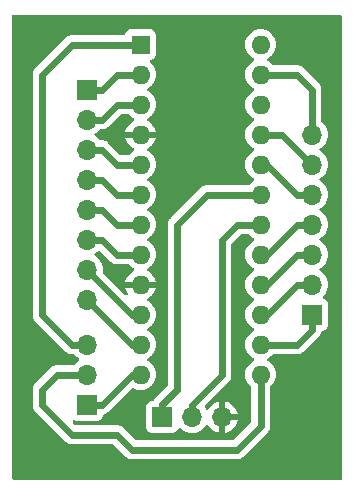
<source format=gbr>
%TF.GenerationSoftware,KiCad,Pcbnew,7.0.5-7.0.5~ubuntu20.04.1*%
%TF.CreationDate,2023-06-21T23:12:33+02:00*%
%TF.ProjectId,MAX7219Board,4d415837-3231-4394-926f-6172642e6b69,rev?*%
%TF.SameCoordinates,Original*%
%TF.FileFunction,Copper,L2,Bot*%
%TF.FilePolarity,Positive*%
%FSLAX46Y46*%
G04 Gerber Fmt 4.6, Leading zero omitted, Abs format (unit mm)*
G04 Created by KiCad (PCBNEW 7.0.5-7.0.5~ubuntu20.04.1) date 2023-06-21 23:12:33*
%MOMM*%
%LPD*%
G01*
G04 APERTURE LIST*
%TA.AperFunction,ComponentPad*%
%ADD10R,1.600000X1.600000*%
%TD*%
%TA.AperFunction,ComponentPad*%
%ADD11O,1.600000X1.600000*%
%TD*%
%TA.AperFunction,ComponentPad*%
%ADD12O,1.700000X1.700000*%
%TD*%
%TA.AperFunction,ComponentPad*%
%ADD13R,1.700000X1.700000*%
%TD*%
%TA.AperFunction,Conductor*%
%ADD14C,0.600000*%
%TD*%
G04 APERTURE END LIST*
D10*
%TO.P,U1,1,DIN*%
%TO.N,Net-(J2-Pin_3)*%
X117570000Y-66040000D03*
D11*
%TO.P,U1,2,DIG_0*%
%TO.N,Net-(J4-Pin_1)*%
X117570000Y-68580000D03*
%TO.P,U1,3,DIG_4*%
%TO.N,Net-(J4-Pin_2)*%
X117570000Y-71120000D03*
%TO.P,U1,4,GND*%
%TO.N,GND*%
X117570000Y-73660000D03*
%TO.P,U1,5,DIG_6*%
%TO.N,Net-(J4-Pin_3)*%
X117570000Y-76200000D03*
%TO.P,U1,6,DIG_2*%
%TO.N,Net-(J4-Pin_4)*%
X117570000Y-78740000D03*
%TO.P,U1,7,DIG_3*%
%TO.N,Net-(J4-Pin_5)*%
X117570000Y-81280000D03*
%TO.P,U1,8,DIG_7*%
%TO.N,Net-(J4-Pin_6)*%
X117570000Y-83820000D03*
%TO.P,U1,9,GND*%
%TO.N,GND*%
X117570000Y-86360000D03*
%TO.P,U1,10,DIG_5*%
%TO.N,Net-(J4-Pin_7)*%
X117570000Y-88900000D03*
%TO.P,U1,11,DIG_1*%
%TO.N,Net-(J4-Pin_8)*%
X117570000Y-91440000D03*
%TO.P,U1,12,LOAD*%
%TO.N,Net-(J2-Pin_1)*%
X117570000Y-93980000D03*
%TO.P,U1,13,CLK*%
%TO.N,Net-(J2-Pin_2)*%
X127730000Y-93980000D03*
%TO.P,U1,14,SEG_A*%
%TO.N,Net-(J3-Pin_1)*%
X127730000Y-91440000D03*
%TO.P,U1,15,SEG_F*%
%TO.N,Net-(J3-Pin_2)*%
X127730000Y-88900000D03*
%TO.P,U1,16,SEG_B*%
%TO.N,Net-(J3-Pin_3)*%
X127730000Y-86360000D03*
%TO.P,U1,17,SEG_G*%
%TO.N,Net-(J3-Pin_4)*%
X127730000Y-83820000D03*
%TO.P,U1,18,ISET*%
%TO.N,Net-(J5-Pin_2)*%
X127730000Y-81280000D03*
%TO.P,U1,19,V+*%
%TO.N,+5V*%
X127730000Y-78740000D03*
%TO.P,U1,20,SEG_C*%
%TO.N,Net-(J3-Pin_5)*%
X127730000Y-76200000D03*
%TO.P,U1,21,SEG_E*%
%TO.N,Net-(J3-Pin_6)*%
X127730000Y-73660000D03*
%TO.P,U1,22,SEG_DP*%
%TO.N,unconnected-(U1-SEG_DP-Pad22)*%
X127730000Y-71120000D03*
%TO.P,U1,23,SEG_D*%
%TO.N,Net-(J3-Pin_7)*%
X127730000Y-68580000D03*
%TO.P,U1,24,DOUT*%
%TO.N,unconnected-(U1-DOUT-Pad24)*%
X127730000Y-66040000D03*
%TD*%
D12*
%TO.P,J5,3,Pin_3*%
%TO.N,GND*%
X124475000Y-97580000D03*
%TO.P,J5,2,Pin_2*%
%TO.N,Net-(J5-Pin_2)*%
X121935000Y-97580000D03*
D13*
%TO.P,J5,1,Pin_1*%
%TO.N,+5V*%
X119395000Y-97580000D03*
%TD*%
%TO.P,J4,1,Pin_1*%
%TO.N,Net-(J4-Pin_1)*%
X113030000Y-69850000D03*
D12*
%TO.P,J4,2,Pin_2*%
%TO.N,Net-(J4-Pin_2)*%
X113030000Y-72390000D03*
%TO.P,J4,3,Pin_3*%
%TO.N,Net-(J4-Pin_3)*%
X113030000Y-74930000D03*
%TO.P,J4,4,Pin_4*%
%TO.N,Net-(J4-Pin_4)*%
X113030000Y-77470000D03*
%TO.P,J4,5,Pin_5*%
%TO.N,Net-(J4-Pin_5)*%
X113030000Y-80010000D03*
%TO.P,J4,6,Pin_6*%
%TO.N,Net-(J4-Pin_6)*%
X113030000Y-82550000D03*
%TO.P,J4,7,Pin_7*%
%TO.N,Net-(J4-Pin_7)*%
X113030000Y-85090000D03*
%TO.P,J4,8,Pin_8*%
%TO.N,Net-(J4-Pin_8)*%
X113030000Y-87630000D03*
%TD*%
D13*
%TO.P,J3,1,Pin_1*%
%TO.N,Net-(J3-Pin_1)*%
X132080000Y-88900000D03*
D12*
%TO.P,J3,2,Pin_2*%
%TO.N,Net-(J3-Pin_2)*%
X132080000Y-86360000D03*
%TO.P,J3,3,Pin_3*%
%TO.N,Net-(J3-Pin_3)*%
X132080000Y-83820000D03*
%TO.P,J3,4,Pin_4*%
%TO.N,Net-(J3-Pin_4)*%
X132080000Y-81280000D03*
%TO.P,J3,5,Pin_5*%
%TO.N,Net-(J3-Pin_5)*%
X132080000Y-78740000D03*
%TO.P,J3,6,Pin_6*%
%TO.N,Net-(J3-Pin_6)*%
X132080000Y-76200000D03*
%TO.P,J3,7,Pin_7*%
%TO.N,Net-(J3-Pin_7)*%
X132080000Y-73660000D03*
%TD*%
D13*
%TO.P,J2,1,Pin_1*%
%TO.N,Net-(J2-Pin_1)*%
X113030000Y-96520000D03*
D12*
%TO.P,J2,2,Pin_2*%
%TO.N,Net-(J2-Pin_2)*%
X113030000Y-93980000D03*
%TO.P,J2,3,Pin_3*%
%TO.N,Net-(J2-Pin_3)*%
X113030000Y-91440000D03*
%TD*%
D14*
%TO.N,Net-(J2-Pin_3)*%
X109220000Y-68580000D02*
X111760000Y-66040000D01*
X109220000Y-68580000D02*
X109220000Y-88900000D01*
X111760000Y-91440000D02*
X113030000Y-91440000D01*
X109220000Y-88900000D02*
X111760000Y-91440000D01*
X117570000Y-66040000D02*
X111760000Y-66040000D01*
%TO.N,Net-(J5-Pin_2)*%
X121935000Y-97580000D02*
X121935000Y-96535000D01*
X121935000Y-96535000D02*
X124460000Y-94010000D01*
X124460000Y-94010000D02*
X124460000Y-82550000D01*
X124460000Y-82550000D02*
X125730000Y-81280000D01*
X125730000Y-81280000D02*
X127730000Y-81280000D01*
%TO.N,+5V*%
X119395000Y-97580000D02*
X119395000Y-96505000D01*
X120650000Y-95250000D02*
X120650000Y-93980000D01*
X119395000Y-96505000D02*
X120650000Y-95250000D01*
%TO.N,Net-(J3-Pin_7)*%
X127730000Y-68580000D02*
X130810000Y-68580000D01*
X130810000Y-68580000D02*
X132080000Y-69850000D01*
X132080000Y-69850000D02*
X132080000Y-73660000D01*
%TO.N,Net-(J3-Pin_6)*%
X127730000Y-73660000D02*
X129540000Y-73660000D01*
X129540000Y-73660000D02*
X132080000Y-76200000D01*
%TO.N,Net-(J3-Pin_5)*%
X128270000Y-76200000D02*
X130810000Y-78740000D01*
X127730000Y-76200000D02*
X128270000Y-76200000D01*
X130810000Y-78740000D02*
X132080000Y-78740000D01*
%TO.N,Net-(J3-Pin_1)*%
X130810000Y-91440000D02*
X132080000Y-90170000D01*
X127730000Y-91440000D02*
X130810000Y-91440000D01*
X132080000Y-90170000D02*
X132080000Y-88900000D01*
%TO.N,Net-(J3-Pin_2)*%
X128270000Y-88900000D02*
X130810000Y-86360000D01*
X127730000Y-88900000D02*
X128270000Y-88900000D01*
X130810000Y-86360000D02*
X132080000Y-86360000D01*
%TO.N,Net-(J3-Pin_3)*%
X128270000Y-86360000D02*
X130810000Y-83820000D01*
X127730000Y-86360000D02*
X128270000Y-86360000D01*
X130810000Y-83820000D02*
X132080000Y-83820000D01*
%TO.N,Net-(J3-Pin_4)*%
X128270000Y-83820000D02*
X130810000Y-81280000D01*
X127730000Y-83820000D02*
X128270000Y-83820000D01*
X130810000Y-81280000D02*
X132080000Y-81280000D01*
%TO.N,Net-(J4-Pin_1)*%
X114300000Y-69850000D02*
X115570000Y-68580000D01*
X113030000Y-69850000D02*
X114300000Y-69850000D01*
X115570000Y-68580000D02*
X117570000Y-68580000D01*
%TO.N,Net-(J4-Pin_2)*%
X114300000Y-72390000D02*
X115570000Y-71120000D01*
X113030000Y-72390000D02*
X114300000Y-72390000D01*
X115570000Y-71120000D02*
X117570000Y-71120000D01*
%TO.N,Net-(J4-Pin_3)*%
X114300000Y-74930000D02*
X115570000Y-76200000D01*
X113030000Y-74930000D02*
X114300000Y-74930000D01*
X115570000Y-76200000D02*
X117570000Y-76200000D01*
%TO.N,Net-(J4-Pin_4)*%
X114300000Y-77470000D02*
X115570000Y-78740000D01*
X113030000Y-77470000D02*
X114300000Y-77470000D01*
X115570000Y-78740000D02*
X117570000Y-78740000D01*
%TO.N,Net-(J4-Pin_5)*%
X114300000Y-80010000D02*
X115570000Y-81280000D01*
X113030000Y-80010000D02*
X114300000Y-80010000D01*
X115570000Y-81280000D02*
X117570000Y-81280000D01*
%TO.N,Net-(J4-Pin_6)*%
X114300000Y-82550000D02*
X115570000Y-83820000D01*
X113030000Y-82550000D02*
X114300000Y-82550000D01*
X115570000Y-83820000D02*
X117570000Y-83820000D01*
%TO.N,Net-(J4-Pin_7)*%
X113030000Y-85090000D02*
X116840000Y-88900000D01*
X116840000Y-88900000D02*
X117570000Y-88900000D01*
%TO.N,Net-(J4-Pin_8)*%
X113030000Y-87630000D02*
X116840000Y-91440000D01*
X116840000Y-91440000D02*
X117570000Y-91440000D01*
%TO.N,Net-(J2-Pin_1)*%
X114300000Y-96520000D02*
X116840000Y-93980000D01*
X113030000Y-96520000D02*
X114300000Y-96520000D01*
X116840000Y-93980000D02*
X117570000Y-93980000D01*
%TO.N,+5V*%
X120650000Y-93980000D02*
X120650000Y-81280000D01*
X120650000Y-81280000D02*
X123190000Y-78740000D01*
X123190000Y-78740000D02*
X127730000Y-78740000D01*
%TO.N,Net-(J2-Pin_2)*%
X116840000Y-100330000D02*
X125730000Y-100330000D01*
X111760000Y-99060000D02*
X115570000Y-99060000D01*
X109220000Y-95250000D02*
X109220000Y-96520000D01*
X125730000Y-100330000D02*
X127730000Y-98330000D01*
X113030000Y-93980000D02*
X110490000Y-93980000D01*
X110490000Y-93980000D02*
X109220000Y-95250000D01*
X109220000Y-96520000D02*
X111760000Y-99060000D01*
X115570000Y-99060000D02*
X116840000Y-100330000D01*
X127730000Y-98330000D02*
X127730000Y-93980000D01*
%TD*%
%TA.AperFunction,Conductor*%
%TO.N,GND*%
G36*
X114097243Y-83495167D02*
G01*
X114141590Y-83523668D01*
X114940184Y-84322262D01*
X115067738Y-84449816D01*
X115103089Y-84472028D01*
X115108765Y-84476055D01*
X115141411Y-84502090D01*
X115141412Y-84502091D01*
X115162548Y-84512269D01*
X115179035Y-84520208D01*
X115185112Y-84523567D01*
X115202635Y-84534577D01*
X115220477Y-84545789D01*
X115259891Y-84559581D01*
X115266320Y-84562244D01*
X115303941Y-84580361D01*
X115344641Y-84589650D01*
X115351328Y-84591576D01*
X115390742Y-84605367D01*
X115390745Y-84605368D01*
X115432241Y-84610043D01*
X115439093Y-84611207D01*
X115479806Y-84620500D01*
X115525046Y-84620500D01*
X116479951Y-84620500D01*
X116546990Y-84640185D01*
X116567632Y-84656819D01*
X116730858Y-84820045D01*
X116730861Y-84820047D01*
X116917266Y-84950568D01*
X116975865Y-84977893D01*
X117028305Y-85024065D01*
X117047457Y-85091258D01*
X117027242Y-85158139D01*
X116975867Y-85202657D01*
X116917515Y-85229867D01*
X116731179Y-85360342D01*
X116570342Y-85521179D01*
X116439865Y-85707517D01*
X116343734Y-85913673D01*
X116343730Y-85913682D01*
X116291127Y-86109999D01*
X116291128Y-86110000D01*
X117254314Y-86110000D01*
X117242359Y-86121955D01*
X117184835Y-86234852D01*
X117165014Y-86360000D01*
X117184835Y-86485148D01*
X117242359Y-86598045D01*
X117254314Y-86610000D01*
X116291128Y-86610000D01*
X116343730Y-86806317D01*
X116343734Y-86806326D01*
X116439866Y-87012483D01*
X116456788Y-87036649D01*
X116479116Y-87102855D01*
X116462107Y-87170622D01*
X116411160Y-87218436D01*
X116342450Y-87231115D01*
X116277793Y-87204635D01*
X116267533Y-87195455D01*
X114408557Y-85336479D01*
X114375072Y-85275156D01*
X114372710Y-85237995D01*
X114385659Y-85090000D01*
X114383690Y-85067500D01*
X114379866Y-85023791D01*
X114365063Y-84854592D01*
X114303903Y-84626337D01*
X114204035Y-84412171D01*
X114141081Y-84322262D01*
X114068494Y-84218597D01*
X113901402Y-84051506D01*
X113901396Y-84051501D01*
X113715842Y-83921575D01*
X113672217Y-83866998D01*
X113665023Y-83797500D01*
X113696546Y-83735145D01*
X113715842Y-83718425D01*
X113894527Y-83593308D01*
X113901401Y-83588495D01*
X113966227Y-83523668D01*
X114027551Y-83490183D01*
X114097243Y-83495167D01*
G37*
%TD.AperFunction*%
%TA.AperFunction,Conductor*%
G36*
X116546990Y-71940185D02*
G01*
X116567632Y-71956819D01*
X116730858Y-72120045D01*
X116730861Y-72120047D01*
X116917266Y-72250568D01*
X116975865Y-72277893D01*
X117028305Y-72324065D01*
X117047457Y-72391258D01*
X117027242Y-72458139D01*
X116975867Y-72502657D01*
X116917515Y-72529867D01*
X116731179Y-72660342D01*
X116570342Y-72821179D01*
X116439865Y-73007517D01*
X116343734Y-73213673D01*
X116343730Y-73213682D01*
X116291127Y-73409999D01*
X116291128Y-73410000D01*
X117254314Y-73410000D01*
X117242359Y-73421955D01*
X117184835Y-73534852D01*
X117165014Y-73660000D01*
X117184835Y-73785148D01*
X117242359Y-73898045D01*
X117254314Y-73910000D01*
X116291128Y-73910000D01*
X116343730Y-74106317D01*
X116343734Y-74106326D01*
X116439865Y-74312482D01*
X116570342Y-74498820D01*
X116731179Y-74659657D01*
X116917518Y-74790134D01*
X116917520Y-74790135D01*
X116975865Y-74817342D01*
X117028305Y-74863514D01*
X117047457Y-74930707D01*
X117027242Y-74997589D01*
X116975867Y-75042105D01*
X116917268Y-75069431D01*
X116917264Y-75069433D01*
X116730858Y-75199954D01*
X116567632Y-75363181D01*
X116506309Y-75396666D01*
X116479951Y-75399500D01*
X115952940Y-75399500D01*
X115885901Y-75379815D01*
X115865259Y-75363181D01*
X114851693Y-74349615D01*
X114851691Y-74349612D01*
X114834252Y-74332173D01*
X114802262Y-74300184D01*
X114802259Y-74300182D01*
X114802258Y-74300181D01*
X114766904Y-74277966D01*
X114761229Y-74273940D01*
X114728589Y-74247910D01*
X114690959Y-74229787D01*
X114684872Y-74226422D01*
X114649525Y-74204212D01*
X114610114Y-74190421D01*
X114603688Y-74187759D01*
X114566061Y-74169639D01*
X114525345Y-74160345D01*
X114518662Y-74158420D01*
X114479259Y-74144632D01*
X114437763Y-74139955D01*
X114430908Y-74138791D01*
X114390200Y-74129501D01*
X114390196Y-74129500D01*
X114390194Y-74129500D01*
X114390191Y-74129500D01*
X114182691Y-74129500D01*
X114115652Y-74109815D01*
X114081116Y-74076624D01*
X114068491Y-74058594D01*
X113901402Y-73891506D01*
X113901396Y-73891501D01*
X113715842Y-73761575D01*
X113672217Y-73706998D01*
X113665023Y-73637500D01*
X113696546Y-73575145D01*
X113715842Y-73558425D01*
X113787539Y-73508222D01*
X113901401Y-73428495D01*
X114068495Y-73261401D01*
X114081116Y-73243375D01*
X114135693Y-73199752D01*
X114182691Y-73190500D01*
X114390194Y-73190500D01*
X114430903Y-73181208D01*
X114437760Y-73180043D01*
X114479255Y-73175368D01*
X114518680Y-73161571D01*
X114525321Y-73159658D01*
X114566061Y-73150360D01*
X114603693Y-73132236D01*
X114610105Y-73129580D01*
X114649522Y-73115789D01*
X114684889Y-73093565D01*
X114690961Y-73090209D01*
X114728587Y-73072091D01*
X114761236Y-73046052D01*
X114766895Y-73042037D01*
X114802262Y-73019816D01*
X114929816Y-72892262D01*
X114929816Y-72892261D01*
X115865258Y-71956819D01*
X115926582Y-71923334D01*
X115952940Y-71920500D01*
X116479951Y-71920500D01*
X116546990Y-71940185D01*
G37*
%TD.AperFunction*%
%TA.AperFunction,Conductor*%
G36*
X134562539Y-63520185D02*
G01*
X134608294Y-63572989D01*
X134619500Y-63624500D01*
X134619500Y-102745500D01*
X134599815Y-102812539D01*
X134547011Y-102858294D01*
X134495500Y-102869500D01*
X106804500Y-102869500D01*
X106737461Y-102849815D01*
X106691706Y-102797011D01*
X106680500Y-102745500D01*
X106680500Y-68489806D01*
X108419499Y-68489806D01*
X108419500Y-88990191D01*
X108419501Y-88990200D01*
X108428791Y-89030908D01*
X108429955Y-89037763D01*
X108434632Y-89079259D01*
X108448420Y-89118662D01*
X108450345Y-89125345D01*
X108459639Y-89166061D01*
X108477759Y-89203688D01*
X108480421Y-89210114D01*
X108494212Y-89249525D01*
X108516422Y-89284872D01*
X108519787Y-89290959D01*
X108537910Y-89328589D01*
X108563940Y-89361229D01*
X108567966Y-89366904D01*
X108590182Y-89402259D01*
X108590184Y-89402262D01*
X111257740Y-92069818D01*
X111270790Y-92078017D01*
X111293104Y-92092038D01*
X111298757Y-92096049D01*
X111331413Y-92122091D01*
X111369044Y-92140213D01*
X111375106Y-92143563D01*
X111389450Y-92152576D01*
X111410478Y-92165789D01*
X111449898Y-92179583D01*
X111456326Y-92182245D01*
X111493939Y-92200359D01*
X111534655Y-92209652D01*
X111541324Y-92211574D01*
X111580745Y-92225368D01*
X111622251Y-92230044D01*
X111629076Y-92231203D01*
X111669805Y-92240500D01*
X111715046Y-92240500D01*
X111877309Y-92240500D01*
X111944348Y-92260185D01*
X111978884Y-92293376D01*
X111991508Y-92311405D01*
X112158597Y-92478493D01*
X112158603Y-92478498D01*
X112344158Y-92608425D01*
X112387783Y-92663002D01*
X112394977Y-92732500D01*
X112363454Y-92794855D01*
X112344158Y-92811575D01*
X112158597Y-92941505D01*
X111991508Y-93108594D01*
X111978884Y-93126624D01*
X111924307Y-93170248D01*
X111877309Y-93179500D01*
X110580194Y-93179500D01*
X110399806Y-93179500D01*
X110393888Y-93180850D01*
X110359089Y-93188791D01*
X110352235Y-93189955D01*
X110310744Y-93194632D01*
X110271341Y-93208419D01*
X110264659Y-93210344D01*
X110223939Y-93219639D01*
X110186320Y-93237755D01*
X110179895Y-93240416D01*
X110140483Y-93254208D01*
X110140476Y-93254212D01*
X110105120Y-93276427D01*
X110099033Y-93279791D01*
X110061410Y-93297910D01*
X110028769Y-93323941D01*
X110023096Y-93327966D01*
X109987739Y-93350183D01*
X109938307Y-93399614D01*
X109938306Y-93399615D01*
X108717738Y-94620184D01*
X108590186Y-94747735D01*
X108590183Y-94747739D01*
X108567966Y-94783096D01*
X108563941Y-94788769D01*
X108537910Y-94821410D01*
X108519791Y-94859033D01*
X108516427Y-94865120D01*
X108494212Y-94900476D01*
X108494208Y-94900483D01*
X108480416Y-94939895D01*
X108477755Y-94946320D01*
X108459639Y-94983939D01*
X108450344Y-95024659D01*
X108448419Y-95031341D01*
X108434632Y-95070744D01*
X108429955Y-95112235D01*
X108428791Y-95119089D01*
X108419500Y-95159806D01*
X108419500Y-96610191D01*
X108419501Y-96610200D01*
X108428791Y-96650908D01*
X108429955Y-96657763D01*
X108434632Y-96699259D01*
X108448420Y-96738662D01*
X108450345Y-96745345D01*
X108459639Y-96786061D01*
X108477759Y-96823688D01*
X108480421Y-96830114D01*
X108494212Y-96869525D01*
X108516422Y-96904872D01*
X108519787Y-96910959D01*
X108537910Y-96948589D01*
X108563940Y-96981229D01*
X108567966Y-96986904D01*
X108590182Y-97022259D01*
X108590184Y-97022262D01*
X111257740Y-99689818D01*
X111270790Y-99698017D01*
X111293104Y-99712038D01*
X111298757Y-99716049D01*
X111331413Y-99742091D01*
X111369044Y-99760213D01*
X111375106Y-99763563D01*
X111410478Y-99785788D01*
X111410478Y-99785789D01*
X111449898Y-99799583D01*
X111456326Y-99802245D01*
X111493939Y-99820359D01*
X111534655Y-99829652D01*
X111541324Y-99831574D01*
X111580745Y-99845368D01*
X111622251Y-99850044D01*
X111629076Y-99851203D01*
X111669805Y-99860500D01*
X111715046Y-99860500D01*
X115187060Y-99860500D01*
X115254099Y-99880185D01*
X115274741Y-99896819D01*
X116210184Y-100832262D01*
X116337738Y-100959816D01*
X116373089Y-100982028D01*
X116378765Y-100986055D01*
X116411411Y-101012090D01*
X116411412Y-101012091D01*
X116432548Y-101022269D01*
X116449035Y-101030208D01*
X116455112Y-101033567D01*
X116472635Y-101044577D01*
X116490477Y-101055789D01*
X116529891Y-101069581D01*
X116536320Y-101072244D01*
X116573941Y-101090361D01*
X116614641Y-101099650D01*
X116621328Y-101101576D01*
X116660742Y-101115367D01*
X116660745Y-101115368D01*
X116702241Y-101120043D01*
X116709093Y-101121207D01*
X116749806Y-101130500D01*
X116749808Y-101130500D01*
X125820194Y-101130500D01*
X125860903Y-101121208D01*
X125867760Y-101120043D01*
X125909255Y-101115368D01*
X125948680Y-101101571D01*
X125955321Y-101099658D01*
X125996061Y-101090360D01*
X126033693Y-101072236D01*
X126040105Y-101069580D01*
X126079522Y-101055789D01*
X126114889Y-101033565D01*
X126120961Y-101030209D01*
X126158587Y-101012091D01*
X126191236Y-100986052D01*
X126196895Y-100982037D01*
X126232262Y-100959816D01*
X126359816Y-100832262D01*
X126359816Y-100832261D01*
X128327826Y-98864252D01*
X128327826Y-98864251D01*
X128359816Y-98832262D01*
X128382037Y-98796895D01*
X128386052Y-98791236D01*
X128412091Y-98758587D01*
X128430209Y-98720961D01*
X128433565Y-98714889D01*
X128455789Y-98679522D01*
X128469580Y-98640105D01*
X128472236Y-98633693D01*
X128490360Y-98596061D01*
X128499658Y-98555321D01*
X128501571Y-98548680D01*
X128515368Y-98509255D01*
X128520043Y-98467760D01*
X128521208Y-98460905D01*
X128523451Y-98451078D01*
X128530500Y-98420194D01*
X128530500Y-98239806D01*
X128530500Y-98239805D01*
X128530500Y-95070048D01*
X128550185Y-95003010D01*
X128566819Y-94982368D01*
X128730045Y-94819141D01*
X128730044Y-94819141D01*
X128730047Y-94819139D01*
X128860568Y-94632734D01*
X128956739Y-94426496D01*
X129015635Y-94206692D01*
X129035468Y-93980000D01*
X129015635Y-93753308D01*
X128956739Y-93533504D01*
X128860568Y-93327266D01*
X128750624Y-93170248D01*
X128730045Y-93140858D01*
X128569141Y-92979954D01*
X128382734Y-92849432D01*
X128382728Y-92849429D01*
X128324725Y-92822382D01*
X128272285Y-92776210D01*
X128253133Y-92709017D01*
X128273348Y-92642135D01*
X128324725Y-92597618D01*
X128382734Y-92570568D01*
X128569139Y-92440047D01*
X128569141Y-92440044D01*
X128732368Y-92276819D01*
X128793691Y-92243334D01*
X128820049Y-92240500D01*
X130900194Y-92240500D01*
X130940903Y-92231208D01*
X130947760Y-92230043D01*
X130989255Y-92225368D01*
X131028680Y-92211571D01*
X131035321Y-92209658D01*
X131076061Y-92200360D01*
X131113693Y-92182236D01*
X131120105Y-92179580D01*
X131159522Y-92165789D01*
X131194889Y-92143565D01*
X131200961Y-92140209D01*
X131238587Y-92122091D01*
X131271236Y-92096052D01*
X131276895Y-92092037D01*
X131312262Y-92069816D01*
X131439816Y-91942262D01*
X132677826Y-90704252D01*
X132677825Y-90704251D01*
X132709816Y-90672262D01*
X132732037Y-90636895D01*
X132736052Y-90631236D01*
X132762091Y-90598587D01*
X132780209Y-90560961D01*
X132783565Y-90554889D01*
X132805789Y-90519522D01*
X132819580Y-90480105D01*
X132822236Y-90473693D01*
X132840360Y-90436061D01*
X132849658Y-90395321D01*
X132851571Y-90388680D01*
X132865368Y-90349255D01*
X132865368Y-90349246D01*
X132865973Y-90346603D01*
X132866835Y-90345061D01*
X132867669Y-90342679D01*
X132868086Y-90342825D01*
X132900081Y-90285625D01*
X132961742Y-90252766D01*
X132974597Y-90251104D01*
X132974571Y-90250854D01*
X133037483Y-90244091D01*
X133064158Y-90234142D01*
X133172331Y-90193796D01*
X133287546Y-90107546D01*
X133373796Y-89992331D01*
X133424091Y-89857483D01*
X133430500Y-89797873D01*
X133430499Y-88002128D01*
X133424091Y-87942517D01*
X133395331Y-87865408D01*
X133373797Y-87807671D01*
X133373793Y-87807664D01*
X133287547Y-87692455D01*
X133287544Y-87692452D01*
X133172335Y-87606206D01*
X133172328Y-87606202D01*
X133040917Y-87557189D01*
X132984983Y-87515318D01*
X132960566Y-87449853D01*
X132975418Y-87381580D01*
X132996563Y-87353332D01*
X133118495Y-87231401D01*
X133254035Y-87037830D01*
X133353903Y-86823663D01*
X133415063Y-86595408D01*
X133435659Y-86360000D01*
X133415063Y-86124592D01*
X133353903Y-85896337D01*
X133254035Y-85682171D01*
X133237308Y-85658281D01*
X133118494Y-85488597D01*
X132951402Y-85321506D01*
X132951396Y-85321501D01*
X132765842Y-85191575D01*
X132722217Y-85136998D01*
X132715023Y-85067500D01*
X132746546Y-85005145D01*
X132765842Y-84988425D01*
X132819910Y-84950566D01*
X132951401Y-84858495D01*
X133118495Y-84691401D01*
X133254035Y-84497830D01*
X133353903Y-84283663D01*
X133415063Y-84055408D01*
X133435659Y-83820000D01*
X133433690Y-83797500D01*
X133415826Y-83593313D01*
X133415063Y-83584592D01*
X133353903Y-83356337D01*
X133254035Y-83142171D01*
X133237308Y-83118281D01*
X133118494Y-82948597D01*
X132951402Y-82781506D01*
X132951401Y-82781505D01*
X132765842Y-82651575D01*
X132765841Y-82651574D01*
X132722216Y-82596997D01*
X132715024Y-82527498D01*
X132746546Y-82465144D01*
X132765836Y-82448428D01*
X132951401Y-82318495D01*
X133118495Y-82151401D01*
X133254035Y-81957830D01*
X133353903Y-81743663D01*
X133415063Y-81515408D01*
X133435659Y-81280000D01*
X133415063Y-81044592D01*
X133368626Y-80871285D01*
X133353905Y-80816344D01*
X133353904Y-80816343D01*
X133353903Y-80816337D01*
X133254035Y-80602171D01*
X133251052Y-80597910D01*
X133118494Y-80408597D01*
X132951402Y-80241506D01*
X132951396Y-80241501D01*
X132765842Y-80111575D01*
X132722217Y-80056998D01*
X132715023Y-79987500D01*
X132746546Y-79925145D01*
X132765842Y-79908425D01*
X132819909Y-79870567D01*
X132951401Y-79778495D01*
X133118495Y-79611401D01*
X133254035Y-79417830D01*
X133353903Y-79203663D01*
X133415063Y-78975408D01*
X133435659Y-78740000D01*
X133433690Y-78717500D01*
X133415826Y-78513313D01*
X133415063Y-78504592D01*
X133353903Y-78276337D01*
X133254035Y-78062171D01*
X133238365Y-78039791D01*
X133118494Y-77868597D01*
X132951402Y-77701506D01*
X132951401Y-77701505D01*
X132765842Y-77571575D01*
X132765841Y-77571574D01*
X132722216Y-77516997D01*
X132715024Y-77447498D01*
X132746546Y-77385144D01*
X132765836Y-77368428D01*
X132951401Y-77238495D01*
X133118495Y-77071401D01*
X133254035Y-76877830D01*
X133353903Y-76663663D01*
X133415063Y-76435408D01*
X133435659Y-76200000D01*
X133415063Y-75964592D01*
X133353903Y-75736337D01*
X133254035Y-75522171D01*
X133168141Y-75399500D01*
X133118494Y-75328597D01*
X132951402Y-75161506D01*
X132951396Y-75161501D01*
X132765842Y-75031575D01*
X132722217Y-74976998D01*
X132715023Y-74907500D01*
X132746546Y-74845145D01*
X132765842Y-74828425D01*
X132819909Y-74790567D01*
X132951401Y-74698495D01*
X133118495Y-74531401D01*
X133254035Y-74337830D01*
X133353903Y-74123663D01*
X133415063Y-73895408D01*
X133435659Y-73660000D01*
X133433690Y-73637500D01*
X133424710Y-73534852D01*
X133415063Y-73424592D01*
X133353903Y-73196337D01*
X133254035Y-72982171D01*
X133251052Y-72977910D01*
X133118494Y-72788597D01*
X132951404Y-72621507D01*
X132933374Y-72608882D01*
X132889750Y-72554305D01*
X132880499Y-72507308D01*
X132880500Y-69805046D01*
X132880500Y-69759807D01*
X132880500Y-69759806D01*
X132871207Y-69719093D01*
X132870042Y-69712233D01*
X132869855Y-69710570D01*
X132865368Y-69670745D01*
X132865367Y-69670742D01*
X132851576Y-69631328D01*
X132849650Y-69624641D01*
X132840361Y-69583941D01*
X132822244Y-69546320D01*
X132819581Y-69539891D01*
X132805789Y-69500477D01*
X132794577Y-69482635D01*
X132783567Y-69465112D01*
X132780206Y-69459030D01*
X132762091Y-69421412D01*
X132762090Y-69421411D01*
X132736055Y-69388765D01*
X132732028Y-69383089D01*
X132709816Y-69347738D01*
X132582262Y-69220184D01*
X131344252Y-67982174D01*
X131344251Y-67982173D01*
X131312262Y-67950184D01*
X131312259Y-67950182D01*
X131276904Y-67927966D01*
X131271229Y-67923940D01*
X131238589Y-67897910D01*
X131200959Y-67879787D01*
X131194872Y-67876422D01*
X131159525Y-67854212D01*
X131120114Y-67840421D01*
X131113688Y-67837759D01*
X131076061Y-67819639D01*
X131035345Y-67810345D01*
X131028662Y-67808420D01*
X130989259Y-67794632D01*
X130947763Y-67789955D01*
X130940908Y-67788791D01*
X130900200Y-67779501D01*
X130900196Y-67779500D01*
X130900194Y-67779500D01*
X130900191Y-67779500D01*
X128820049Y-67779500D01*
X128753010Y-67759815D01*
X128732368Y-67743181D01*
X128569141Y-67579954D01*
X128382735Y-67449433D01*
X128382736Y-67449433D01*
X128382734Y-67449432D01*
X128324722Y-67422380D01*
X128272284Y-67376208D01*
X128253133Y-67309014D01*
X128273349Y-67242133D01*
X128324721Y-67197619D01*
X128382734Y-67170568D01*
X128569139Y-67040047D01*
X128730047Y-66879139D01*
X128860568Y-66692734D01*
X128956739Y-66486496D01*
X129015635Y-66266692D01*
X129035468Y-66040000D01*
X129015635Y-65813308D01*
X128956739Y-65593504D01*
X128860568Y-65387266D01*
X128730047Y-65200861D01*
X128730045Y-65200858D01*
X128569141Y-65039954D01*
X128382734Y-64909432D01*
X128382732Y-64909431D01*
X128176497Y-64813261D01*
X128176488Y-64813258D01*
X127956697Y-64754366D01*
X127956693Y-64754365D01*
X127956692Y-64754365D01*
X127956691Y-64754364D01*
X127956686Y-64754364D01*
X127730002Y-64734532D01*
X127729998Y-64734532D01*
X127503313Y-64754364D01*
X127503302Y-64754366D01*
X127283511Y-64813258D01*
X127283502Y-64813261D01*
X127077267Y-64909431D01*
X127077265Y-64909432D01*
X126890858Y-65039954D01*
X126729954Y-65200858D01*
X126599432Y-65387265D01*
X126599431Y-65387267D01*
X126503261Y-65593502D01*
X126503258Y-65593511D01*
X126444366Y-65813302D01*
X126444364Y-65813313D01*
X126424532Y-66039998D01*
X126424532Y-66040001D01*
X126444364Y-66266686D01*
X126444366Y-66266697D01*
X126503258Y-66486488D01*
X126503261Y-66486497D01*
X126599431Y-66692732D01*
X126599432Y-66692734D01*
X126729954Y-66879141D01*
X126890858Y-67040045D01*
X126890861Y-67040047D01*
X127077266Y-67170568D01*
X127135275Y-67197618D01*
X127187714Y-67243791D01*
X127206866Y-67310984D01*
X127186650Y-67377865D01*
X127135275Y-67422382D01*
X127077267Y-67449431D01*
X127077265Y-67449432D01*
X126890858Y-67579954D01*
X126729954Y-67740858D01*
X126599432Y-67927265D01*
X126599431Y-67927267D01*
X126503261Y-68133502D01*
X126503258Y-68133511D01*
X126444366Y-68353302D01*
X126444364Y-68353313D01*
X126424532Y-68579998D01*
X126424532Y-68580001D01*
X126444364Y-68806686D01*
X126444366Y-68806697D01*
X126503258Y-69026488D01*
X126503261Y-69026497D01*
X126599431Y-69232732D01*
X126599432Y-69232734D01*
X126729954Y-69419141D01*
X126890858Y-69580045D01*
X126890861Y-69580047D01*
X127077266Y-69710568D01*
X127135275Y-69737618D01*
X127187714Y-69783791D01*
X127206866Y-69850984D01*
X127186650Y-69917865D01*
X127135275Y-69962382D01*
X127077267Y-69989431D01*
X127077265Y-69989432D01*
X126890858Y-70119954D01*
X126729954Y-70280858D01*
X126599432Y-70467265D01*
X126599431Y-70467267D01*
X126503261Y-70673502D01*
X126503258Y-70673511D01*
X126444366Y-70893302D01*
X126444364Y-70893313D01*
X126424532Y-71119998D01*
X126424532Y-71120001D01*
X126444364Y-71346686D01*
X126444366Y-71346697D01*
X126503258Y-71566488D01*
X126503261Y-71566497D01*
X126599431Y-71772732D01*
X126599432Y-71772734D01*
X126729954Y-71959141D01*
X126890858Y-72120045D01*
X126890861Y-72120047D01*
X127077266Y-72250568D01*
X127135275Y-72277618D01*
X127187714Y-72323791D01*
X127206866Y-72390984D01*
X127186650Y-72457865D01*
X127135275Y-72502382D01*
X127077267Y-72529431D01*
X127077265Y-72529432D01*
X126890858Y-72659954D01*
X126729954Y-72820858D01*
X126599432Y-73007265D01*
X126599431Y-73007267D01*
X126503261Y-73213502D01*
X126503258Y-73213511D01*
X126444366Y-73433302D01*
X126444364Y-73433313D01*
X126424532Y-73659998D01*
X126424532Y-73660001D01*
X126444364Y-73886686D01*
X126444366Y-73886697D01*
X126503258Y-74106488D01*
X126503261Y-74106497D01*
X126599431Y-74312732D01*
X126599432Y-74312734D01*
X126729954Y-74499141D01*
X126890858Y-74660045D01*
X126890861Y-74660047D01*
X127077266Y-74790568D01*
X127134681Y-74817341D01*
X127135275Y-74817618D01*
X127187714Y-74863791D01*
X127206866Y-74930984D01*
X127186650Y-74997865D01*
X127135275Y-75042382D01*
X127077267Y-75069431D01*
X127077265Y-75069432D01*
X126890858Y-75199954D01*
X126729954Y-75360858D01*
X126599432Y-75547265D01*
X126599431Y-75547267D01*
X126503261Y-75753502D01*
X126503258Y-75753511D01*
X126444366Y-75973302D01*
X126444364Y-75973313D01*
X126424532Y-76199998D01*
X126424532Y-76200001D01*
X126444364Y-76426686D01*
X126444366Y-76426697D01*
X126503258Y-76646488D01*
X126503261Y-76646497D01*
X126599431Y-76852732D01*
X126599432Y-76852734D01*
X126729954Y-77039141D01*
X126890858Y-77200045D01*
X126890861Y-77200047D01*
X127077266Y-77330568D01*
X127135275Y-77357618D01*
X127187714Y-77403791D01*
X127206866Y-77470984D01*
X127186650Y-77537865D01*
X127135275Y-77582382D01*
X127077267Y-77609431D01*
X127077265Y-77609432D01*
X126890858Y-77739954D01*
X126727632Y-77903181D01*
X126666309Y-77936666D01*
X126639951Y-77939500D01*
X123280194Y-77939500D01*
X123099805Y-77939500D01*
X123099803Y-77939500D01*
X123099797Y-77939501D01*
X123059098Y-77948790D01*
X123052242Y-77949955D01*
X123010743Y-77954632D01*
X122971328Y-77968423D01*
X122964646Y-77970348D01*
X122923940Y-77979640D01*
X122886326Y-77997753D01*
X122879901Y-78000414D01*
X122840482Y-78014209D01*
X122840474Y-78014213D01*
X122805117Y-78036428D01*
X122799032Y-78039791D01*
X122761413Y-78057908D01*
X122761411Y-78057909D01*
X122728769Y-78083941D01*
X122723096Y-78087966D01*
X122687739Y-78110183D01*
X122638307Y-78159614D01*
X122638306Y-78159615D01*
X120111430Y-80686488D01*
X120111418Y-80686504D01*
X120020186Y-80777735D01*
X120020183Y-80777739D01*
X119997966Y-80813096D01*
X119993941Y-80818769D01*
X119967910Y-80851410D01*
X119949791Y-80889033D01*
X119946427Y-80895120D01*
X119924212Y-80930476D01*
X119924208Y-80930483D01*
X119910416Y-80969895D01*
X119907755Y-80976320D01*
X119889639Y-81013939D01*
X119880344Y-81054659D01*
X119878419Y-81061341D01*
X119864632Y-81100744D01*
X119859955Y-81142235D01*
X119858791Y-81149089D01*
X119849500Y-81189806D01*
X119849500Y-93935046D01*
X119849499Y-94867059D01*
X119829814Y-94934099D01*
X119813180Y-94954740D01*
X118892738Y-95875184D01*
X118765186Y-96002735D01*
X118765183Y-96002739D01*
X118742966Y-96038096D01*
X118738941Y-96043769D01*
X118712910Y-96076410D01*
X118694791Y-96114033D01*
X118691427Y-96120120D01*
X118669208Y-96155481D01*
X118667367Y-96159306D01*
X118665522Y-96161348D01*
X118665508Y-96161372D01*
X118665503Y-96161369D01*
X118620542Y-96211164D01*
X118555651Y-96229500D01*
X118497130Y-96229500D01*
X118497123Y-96229501D01*
X118437516Y-96235908D01*
X118302671Y-96286202D01*
X118302664Y-96286206D01*
X118187455Y-96372452D01*
X118187452Y-96372455D01*
X118101206Y-96487664D01*
X118101202Y-96487671D01*
X118050908Y-96622517D01*
X118044501Y-96682116D01*
X118044500Y-96682135D01*
X118044500Y-98477870D01*
X118044501Y-98477876D01*
X118050908Y-98537483D01*
X118101202Y-98672328D01*
X118101206Y-98672335D01*
X118187452Y-98787544D01*
X118187455Y-98787547D01*
X118302664Y-98873793D01*
X118302671Y-98873797D01*
X118437517Y-98924091D01*
X118437516Y-98924091D01*
X118444444Y-98924835D01*
X118497127Y-98930500D01*
X120292872Y-98930499D01*
X120352483Y-98924091D01*
X120487331Y-98873796D01*
X120602546Y-98787546D01*
X120688796Y-98672331D01*
X120737810Y-98540916D01*
X120779681Y-98484984D01*
X120845145Y-98460566D01*
X120913418Y-98475417D01*
X120941673Y-98496569D01*
X121063599Y-98618495D01*
X121150750Y-98679519D01*
X121257165Y-98754032D01*
X121257167Y-98754033D01*
X121257170Y-98754035D01*
X121471337Y-98853903D01*
X121699592Y-98915063D01*
X121876034Y-98930500D01*
X121934999Y-98935659D01*
X121935000Y-98935659D01*
X121935001Y-98935659D01*
X121993966Y-98930500D01*
X122170408Y-98915063D01*
X122398663Y-98853903D01*
X122612830Y-98754035D01*
X122806401Y-98618495D01*
X122973495Y-98451401D01*
X123103730Y-98265405D01*
X123158307Y-98221781D01*
X123227805Y-98214587D01*
X123290160Y-98246110D01*
X123306879Y-98265405D01*
X123436890Y-98451078D01*
X123603917Y-98618105D01*
X123797421Y-98753600D01*
X124011507Y-98853429D01*
X124011516Y-98853433D01*
X124225000Y-98910634D01*
X124225000Y-98015501D01*
X124332685Y-98064680D01*
X124439237Y-98080000D01*
X124510763Y-98080000D01*
X124617315Y-98064680D01*
X124725000Y-98015501D01*
X124725000Y-98910633D01*
X124938483Y-98853433D01*
X124938492Y-98853429D01*
X125152578Y-98753600D01*
X125346082Y-98618105D01*
X125513105Y-98451082D01*
X125648600Y-98257578D01*
X125748429Y-98043492D01*
X125748432Y-98043486D01*
X125805636Y-97830000D01*
X124908686Y-97830000D01*
X124934493Y-97789844D01*
X124975000Y-97651889D01*
X124975000Y-97508111D01*
X124934493Y-97370156D01*
X124908686Y-97330000D01*
X125805636Y-97330000D01*
X125805635Y-97329999D01*
X125748432Y-97116513D01*
X125748429Y-97116507D01*
X125648600Y-96902422D01*
X125648599Y-96902420D01*
X125513113Y-96708926D01*
X125513108Y-96708920D01*
X125346082Y-96541894D01*
X125152578Y-96406399D01*
X124938492Y-96306570D01*
X124938486Y-96306567D01*
X124725000Y-96249364D01*
X124725000Y-97144498D01*
X124617315Y-97095320D01*
X124510763Y-97080000D01*
X124439237Y-97080000D01*
X124332685Y-97095320D01*
X124225000Y-97144498D01*
X124225000Y-96249364D01*
X124224999Y-96249364D01*
X124011513Y-96306567D01*
X124011507Y-96306570D01*
X123797422Y-96406399D01*
X123797420Y-96406400D01*
X123603926Y-96541886D01*
X123603920Y-96541891D01*
X123436891Y-96708920D01*
X123436890Y-96708922D01*
X123306880Y-96894595D01*
X123252303Y-96938219D01*
X123182804Y-96945412D01*
X123120450Y-96913890D01*
X123103730Y-96894594D01*
X123000220Y-96746766D01*
X122977893Y-96680560D01*
X122994903Y-96612793D01*
X123014110Y-96587966D01*
X125057826Y-94544252D01*
X125094077Y-94508001D01*
X125096628Y-94501419D01*
X125112035Y-94476899D01*
X125116052Y-94471236D01*
X125142091Y-94438587D01*
X125160209Y-94400961D01*
X125163565Y-94394889D01*
X125185789Y-94359522D01*
X125199580Y-94320105D01*
X125202236Y-94313693D01*
X125220360Y-94276061D01*
X125229658Y-94235321D01*
X125231571Y-94228680D01*
X125245368Y-94189255D01*
X125250043Y-94147760D01*
X125251208Y-94140905D01*
X125252726Y-94134249D01*
X125260500Y-94100194D01*
X125260500Y-93919806D01*
X125260500Y-93919805D01*
X125260500Y-82932939D01*
X125280185Y-82865901D01*
X125296819Y-82845259D01*
X126025259Y-82116819D01*
X126086582Y-82083334D01*
X126112940Y-82080500D01*
X126639951Y-82080500D01*
X126706990Y-82100185D01*
X126727632Y-82116819D01*
X126890858Y-82280045D01*
X126890861Y-82280047D01*
X127077266Y-82410568D01*
X127135275Y-82437618D01*
X127187714Y-82483791D01*
X127206866Y-82550984D01*
X127186650Y-82617865D01*
X127135275Y-82662382D01*
X127077267Y-82689431D01*
X127077265Y-82689432D01*
X126890858Y-82819954D01*
X126729954Y-82980858D01*
X126599432Y-83167265D01*
X126599431Y-83167267D01*
X126503261Y-83373502D01*
X126503258Y-83373511D01*
X126444366Y-83593302D01*
X126444364Y-83593313D01*
X126424532Y-83819998D01*
X126424532Y-83820001D01*
X126444364Y-84046686D01*
X126444366Y-84046697D01*
X126503258Y-84266488D01*
X126503261Y-84266497D01*
X126599431Y-84472732D01*
X126599432Y-84472734D01*
X126729954Y-84659141D01*
X126890858Y-84820045D01*
X126890861Y-84820047D01*
X127077266Y-84950568D01*
X127135275Y-84977618D01*
X127187714Y-85023791D01*
X127206866Y-85090984D01*
X127186650Y-85157865D01*
X127135275Y-85202382D01*
X127077267Y-85229431D01*
X127077265Y-85229432D01*
X126890858Y-85359954D01*
X126729954Y-85520858D01*
X126599432Y-85707265D01*
X126599431Y-85707267D01*
X126503261Y-85913502D01*
X126503258Y-85913511D01*
X126444366Y-86133302D01*
X126444364Y-86133313D01*
X126424532Y-86359998D01*
X126424532Y-86360001D01*
X126444364Y-86586686D01*
X126444366Y-86586697D01*
X126503258Y-86806488D01*
X126503261Y-86806497D01*
X126599431Y-87012732D01*
X126599432Y-87012734D01*
X126729954Y-87199141D01*
X126890858Y-87360045D01*
X126890861Y-87360047D01*
X127077266Y-87490568D01*
X127134681Y-87517341D01*
X127135275Y-87517618D01*
X127187714Y-87563791D01*
X127206866Y-87630984D01*
X127186650Y-87697865D01*
X127135275Y-87742382D01*
X127077267Y-87769431D01*
X127077265Y-87769432D01*
X126890858Y-87899954D01*
X126729954Y-88060858D01*
X126599432Y-88247265D01*
X126599431Y-88247267D01*
X126503261Y-88453502D01*
X126503258Y-88453511D01*
X126444366Y-88673302D01*
X126444364Y-88673313D01*
X126424532Y-88899998D01*
X126424532Y-88900001D01*
X126444364Y-89126686D01*
X126444366Y-89126697D01*
X126503258Y-89346488D01*
X126503261Y-89346497D01*
X126599431Y-89552732D01*
X126599432Y-89552734D01*
X126729954Y-89739141D01*
X126890858Y-89900045D01*
X126890861Y-89900047D01*
X127077266Y-90030568D01*
X127135275Y-90057618D01*
X127187714Y-90103791D01*
X127206866Y-90170984D01*
X127186650Y-90237865D01*
X127135275Y-90282382D01*
X127077267Y-90309431D01*
X127077265Y-90309432D01*
X126890858Y-90439954D01*
X126729954Y-90600858D01*
X126599432Y-90787265D01*
X126599431Y-90787267D01*
X126503261Y-90993502D01*
X126503258Y-90993511D01*
X126444366Y-91213302D01*
X126444364Y-91213313D01*
X126424532Y-91439998D01*
X126424532Y-91440001D01*
X126444364Y-91666686D01*
X126444366Y-91666697D01*
X126503258Y-91886488D01*
X126503261Y-91886497D01*
X126599431Y-92092732D01*
X126599432Y-92092734D01*
X126729954Y-92279141D01*
X126890858Y-92440045D01*
X126890861Y-92440047D01*
X127077266Y-92570568D01*
X127135275Y-92597618D01*
X127187714Y-92643791D01*
X127206866Y-92710984D01*
X127186650Y-92777865D01*
X127135275Y-92822382D01*
X127077267Y-92849431D01*
X127077265Y-92849432D01*
X126890858Y-92979954D01*
X126729954Y-93140858D01*
X126599432Y-93327265D01*
X126599431Y-93327267D01*
X126503261Y-93533502D01*
X126503258Y-93533511D01*
X126444366Y-93753302D01*
X126444364Y-93753313D01*
X126424532Y-93979998D01*
X126424532Y-93980001D01*
X126444364Y-94206686D01*
X126444366Y-94206697D01*
X126503258Y-94426488D01*
X126503261Y-94426497D01*
X126599431Y-94632732D01*
X126599432Y-94632734D01*
X126729954Y-94819141D01*
X126893181Y-94982368D01*
X126926666Y-95043691D01*
X126929500Y-95070049D01*
X126929500Y-97947060D01*
X126909815Y-98014099D01*
X126893181Y-98034741D01*
X125434741Y-99493181D01*
X125373418Y-99526666D01*
X125347060Y-99529500D01*
X117222940Y-99529500D01*
X117155901Y-99509815D01*
X117135259Y-99493181D01*
X116072262Y-98430184D01*
X116072259Y-98430182D01*
X116036904Y-98407966D01*
X116031229Y-98403940D01*
X115998589Y-98377910D01*
X115960959Y-98359787D01*
X115954872Y-98356422D01*
X115919525Y-98334212D01*
X115880114Y-98320421D01*
X115873688Y-98317759D01*
X115836061Y-98299639D01*
X115795345Y-98290345D01*
X115788662Y-98288420D01*
X115749259Y-98274632D01*
X115707763Y-98269955D01*
X115700908Y-98268791D01*
X115660200Y-98259501D01*
X115660196Y-98259500D01*
X115660194Y-98259500D01*
X115660191Y-98259500D01*
X112142940Y-98259500D01*
X112075901Y-98239815D01*
X112055259Y-98223181D01*
X111875364Y-98043286D01*
X111841879Y-97981963D01*
X111846863Y-97912271D01*
X111888735Y-97856338D01*
X111954199Y-97831921D01*
X112006378Y-97839423D01*
X112072517Y-97864091D01*
X112072516Y-97864091D01*
X112079444Y-97864835D01*
X112132127Y-97870500D01*
X113927872Y-97870499D01*
X113987483Y-97864091D01*
X114122331Y-97813796D01*
X114237546Y-97727546D01*
X114323796Y-97612331D01*
X114374091Y-97477483D01*
X114380500Y-97417873D01*
X114380500Y-97417870D01*
X114380855Y-97414572D01*
X114382331Y-97414730D01*
X114403571Y-97354402D01*
X114458721Y-97311503D01*
X114476603Y-97305973D01*
X114479246Y-97305368D01*
X114479255Y-97305368D01*
X114518680Y-97291571D01*
X114525321Y-97289658D01*
X114566061Y-97280360D01*
X114603693Y-97262236D01*
X114610105Y-97259580D01*
X114649522Y-97245789D01*
X114684889Y-97223565D01*
X114690961Y-97220209D01*
X114728587Y-97202091D01*
X114761236Y-97176052D01*
X114766895Y-97172037D01*
X114802262Y-97149816D01*
X114929816Y-97022262D01*
X114988375Y-96963703D01*
X114988388Y-96963688D01*
X116804207Y-95147869D01*
X116865528Y-95114386D01*
X116935220Y-95119370D01*
X116944289Y-95123169D01*
X117123504Y-95206739D01*
X117343308Y-95265635D01*
X117505230Y-95279801D01*
X117569998Y-95285468D01*
X117570000Y-95285468D01*
X117570002Y-95285468D01*
X117626673Y-95280509D01*
X117796692Y-95265635D01*
X118016496Y-95206739D01*
X118222734Y-95110568D01*
X118409139Y-94980047D01*
X118570047Y-94819139D01*
X118700568Y-94632734D01*
X118796739Y-94426496D01*
X118855635Y-94206692D01*
X118875468Y-93980000D01*
X118855635Y-93753308D01*
X118796739Y-93533504D01*
X118700568Y-93327266D01*
X118590624Y-93170248D01*
X118570045Y-93140858D01*
X118409141Y-92979954D01*
X118222734Y-92849432D01*
X118222728Y-92849429D01*
X118164725Y-92822382D01*
X118112285Y-92776210D01*
X118093133Y-92709017D01*
X118113348Y-92642135D01*
X118164725Y-92597618D01*
X118222734Y-92570568D01*
X118409139Y-92440047D01*
X118570047Y-92279139D01*
X118700568Y-92092734D01*
X118796739Y-91886496D01*
X118855635Y-91666692D01*
X118875468Y-91440000D01*
X118855635Y-91213308D01*
X118796739Y-90993504D01*
X118700568Y-90787266D01*
X118583319Y-90619815D01*
X118570045Y-90600858D01*
X118409141Y-90439954D01*
X118222734Y-90309432D01*
X118222728Y-90309429D01*
X118164725Y-90282382D01*
X118112285Y-90236210D01*
X118093133Y-90169017D01*
X118113348Y-90102135D01*
X118164725Y-90057618D01*
X118222734Y-90030568D01*
X118409139Y-89900047D01*
X118570047Y-89739139D01*
X118700568Y-89552734D01*
X118796739Y-89346496D01*
X118855635Y-89126692D01*
X118875468Y-88900000D01*
X118855635Y-88673308D01*
X118796739Y-88453504D01*
X118700568Y-88247266D01*
X118570047Y-88060861D01*
X118570045Y-88060858D01*
X118409141Y-87899954D01*
X118222734Y-87769432D01*
X118222732Y-87769431D01*
X118164725Y-87742382D01*
X118164132Y-87742105D01*
X118111694Y-87695934D01*
X118092542Y-87628740D01*
X118112758Y-87561859D01*
X118164134Y-87517341D01*
X118222484Y-87490132D01*
X118408820Y-87359657D01*
X118569657Y-87198820D01*
X118700134Y-87012482D01*
X118796265Y-86806326D01*
X118796269Y-86806317D01*
X118848872Y-86610000D01*
X117885686Y-86610000D01*
X117897641Y-86598045D01*
X117955165Y-86485148D01*
X117974986Y-86360000D01*
X117955165Y-86234852D01*
X117897641Y-86121955D01*
X117885686Y-86110000D01*
X118848872Y-86110000D01*
X118848872Y-86109999D01*
X118796269Y-85913682D01*
X118796265Y-85913673D01*
X118700134Y-85707517D01*
X118569657Y-85521179D01*
X118408820Y-85360342D01*
X118222482Y-85229865D01*
X118164133Y-85202657D01*
X118111694Y-85156484D01*
X118092542Y-85089291D01*
X118112758Y-85022410D01*
X118164129Y-84977895D01*
X118222734Y-84950568D01*
X118409139Y-84820047D01*
X118570047Y-84659139D01*
X118700568Y-84472734D01*
X118796739Y-84266496D01*
X118855635Y-84046692D01*
X118875468Y-83820000D01*
X118855635Y-83593308D01*
X118796739Y-83373504D01*
X118700568Y-83167266D01*
X118583319Y-82999815D01*
X118570045Y-82980858D01*
X118409141Y-82819954D01*
X118222734Y-82689432D01*
X118222728Y-82689429D01*
X118164725Y-82662382D01*
X118112285Y-82616210D01*
X118093133Y-82549017D01*
X118113348Y-82482135D01*
X118164725Y-82437618D01*
X118222734Y-82410568D01*
X118409139Y-82280047D01*
X118570047Y-82119139D01*
X118700568Y-81932734D01*
X118796739Y-81726496D01*
X118855635Y-81506692D01*
X118875468Y-81280000D01*
X118855635Y-81053308D01*
X118796739Y-80833504D01*
X118700568Y-80627266D01*
X118583319Y-80459815D01*
X118570045Y-80440858D01*
X118409141Y-80279954D01*
X118222734Y-80149432D01*
X118222728Y-80149429D01*
X118164725Y-80122382D01*
X118112285Y-80076210D01*
X118093133Y-80009017D01*
X118113348Y-79942135D01*
X118164725Y-79897618D01*
X118222734Y-79870568D01*
X118409139Y-79740047D01*
X118570047Y-79579139D01*
X118700568Y-79392734D01*
X118796739Y-79186496D01*
X118855635Y-78966692D01*
X118875468Y-78740000D01*
X118855635Y-78513308D01*
X118796739Y-78293504D01*
X118700568Y-78087266D01*
X118583319Y-77919815D01*
X118570045Y-77900858D01*
X118409141Y-77739954D01*
X118222734Y-77609432D01*
X118222728Y-77609429D01*
X118164725Y-77582382D01*
X118112285Y-77536210D01*
X118093133Y-77469017D01*
X118113348Y-77402135D01*
X118164725Y-77357618D01*
X118222734Y-77330568D01*
X118409139Y-77200047D01*
X118570047Y-77039139D01*
X118700568Y-76852734D01*
X118796739Y-76646496D01*
X118855635Y-76426692D01*
X118875468Y-76200000D01*
X118855635Y-75973308D01*
X118796739Y-75753504D01*
X118700568Y-75547266D01*
X118583319Y-75379815D01*
X118570045Y-75360858D01*
X118409141Y-75199954D01*
X118222734Y-75069432D01*
X118222732Y-75069431D01*
X118164725Y-75042382D01*
X118164132Y-75042105D01*
X118111694Y-74995934D01*
X118092542Y-74928740D01*
X118112758Y-74861859D01*
X118164134Y-74817341D01*
X118222484Y-74790132D01*
X118408820Y-74659657D01*
X118569657Y-74498820D01*
X118700134Y-74312482D01*
X118796265Y-74106326D01*
X118796269Y-74106317D01*
X118848872Y-73910000D01*
X117885686Y-73910000D01*
X117897641Y-73898045D01*
X117955165Y-73785148D01*
X117974986Y-73660000D01*
X117955165Y-73534852D01*
X117897641Y-73421955D01*
X117885686Y-73410000D01*
X118848872Y-73410000D01*
X118848872Y-73409999D01*
X118796269Y-73213682D01*
X118796265Y-73213673D01*
X118700134Y-73007517D01*
X118569657Y-72821179D01*
X118408820Y-72660342D01*
X118222482Y-72529865D01*
X118164133Y-72502657D01*
X118111694Y-72456484D01*
X118092542Y-72389291D01*
X118112758Y-72322410D01*
X118164129Y-72277895D01*
X118222734Y-72250568D01*
X118409139Y-72120047D01*
X118570047Y-71959139D01*
X118700568Y-71772734D01*
X118796739Y-71566496D01*
X118855635Y-71346692D01*
X118875468Y-71120000D01*
X118855635Y-70893308D01*
X118796739Y-70673504D01*
X118700568Y-70467266D01*
X118583904Y-70300651D01*
X118570045Y-70280858D01*
X118409141Y-70119954D01*
X118222734Y-69989432D01*
X118222728Y-69989429D01*
X118164725Y-69962382D01*
X118112285Y-69916210D01*
X118093133Y-69849017D01*
X118113348Y-69782135D01*
X118164725Y-69737618D01*
X118222734Y-69710568D01*
X118409139Y-69580047D01*
X118570047Y-69419139D01*
X118700568Y-69232734D01*
X118796739Y-69026496D01*
X118855635Y-68806692D01*
X118875468Y-68580000D01*
X118855635Y-68353308D01*
X118796739Y-68133504D01*
X118700568Y-67927266D01*
X118583319Y-67759815D01*
X118570045Y-67740858D01*
X118409143Y-67579956D01*
X118384536Y-67562726D01*
X118340912Y-67508149D01*
X118333719Y-67438650D01*
X118365241Y-67376296D01*
X118425471Y-67340882D01*
X118442404Y-67337861D01*
X118477483Y-67334091D01*
X118612331Y-67283796D01*
X118727546Y-67197546D01*
X118813796Y-67082331D01*
X118864091Y-66947483D01*
X118870500Y-66887873D01*
X118870499Y-65192128D01*
X118864091Y-65132517D01*
X118829567Y-65039954D01*
X118813797Y-64997671D01*
X118813793Y-64997664D01*
X118727547Y-64882455D01*
X118727544Y-64882452D01*
X118612335Y-64796206D01*
X118612328Y-64796202D01*
X118477482Y-64745908D01*
X118477483Y-64745908D01*
X118417883Y-64739501D01*
X118417881Y-64739500D01*
X118417873Y-64739500D01*
X118417864Y-64739500D01*
X116722129Y-64739500D01*
X116722123Y-64739501D01*
X116662516Y-64745908D01*
X116527671Y-64796202D01*
X116527664Y-64796206D01*
X116412455Y-64882452D01*
X116412452Y-64882455D01*
X116326206Y-64997664D01*
X116326202Y-64997671D01*
X116275908Y-65132517D01*
X116274126Y-65140062D01*
X116271853Y-65139525D01*
X116249571Y-65193312D01*
X116192177Y-65233157D01*
X116153024Y-65239500D01*
X111850194Y-65239500D01*
X111669805Y-65239500D01*
X111669803Y-65239500D01*
X111669797Y-65239501D01*
X111629098Y-65248790D01*
X111622242Y-65249955D01*
X111580743Y-65254632D01*
X111541328Y-65268423D01*
X111534646Y-65270348D01*
X111493940Y-65279640D01*
X111456326Y-65297753D01*
X111449901Y-65300414D01*
X111410482Y-65314209D01*
X111410474Y-65314213D01*
X111375117Y-65336428D01*
X111369032Y-65339791D01*
X111331413Y-65357908D01*
X111331411Y-65357909D01*
X111298769Y-65383941D01*
X111293096Y-65387966D01*
X111257739Y-65410183D01*
X111257735Y-65410186D01*
X111225748Y-65442174D01*
X108659159Y-68008760D01*
X108659151Y-68008771D01*
X108590183Y-68077739D01*
X108567966Y-68113096D01*
X108563941Y-68118769D01*
X108537910Y-68151410D01*
X108519791Y-68189033D01*
X108516427Y-68195120D01*
X108494212Y-68230476D01*
X108494208Y-68230483D01*
X108480416Y-68269895D01*
X108477755Y-68276320D01*
X108459639Y-68313939D01*
X108450344Y-68354659D01*
X108448419Y-68361341D01*
X108434632Y-68400744D01*
X108429955Y-68442235D01*
X108428791Y-68449089D01*
X108419499Y-68489806D01*
X106680500Y-68489806D01*
X106680500Y-63624500D01*
X106700185Y-63557461D01*
X106752989Y-63511706D01*
X106804500Y-63500500D01*
X134495500Y-63500500D01*
X134562539Y-63520185D01*
G37*
%TD.AperFunction*%
%TD*%
M02*

</source>
